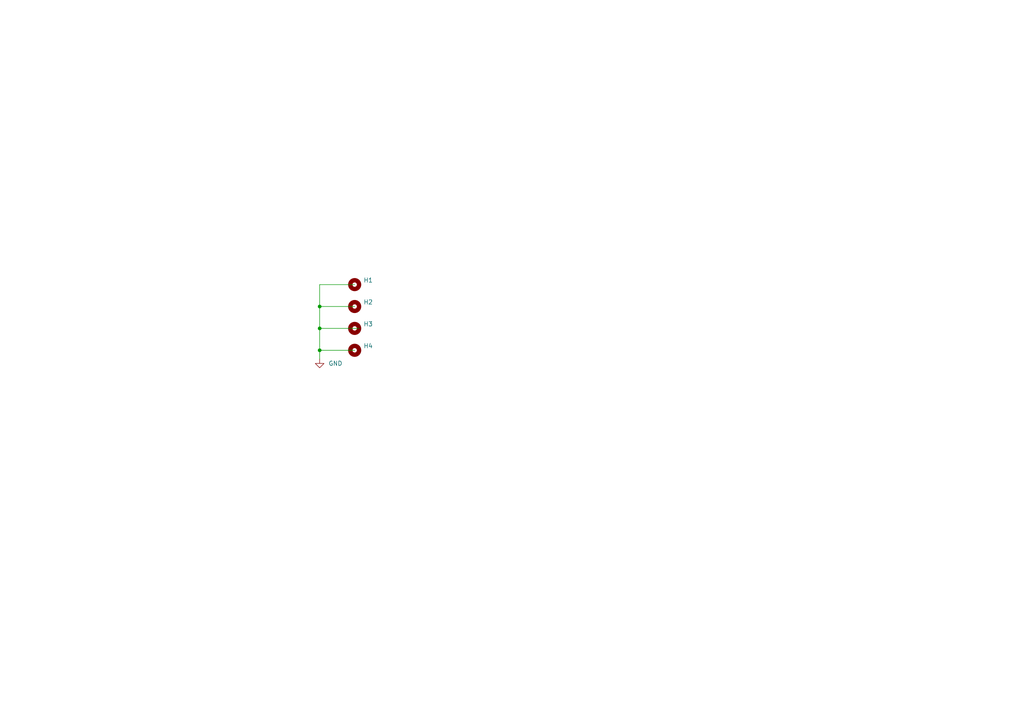
<source format=kicad_sch>
(kicad_sch (version 20211123) (generator eeschema)

  (uuid 9d41fa2c-d254-4bc5-9fe4-2d17eac67a7f)

  (paper "A4")

  (lib_symbols
    (symbol "Mechanical:MountingHole" (pin_names (offset 1.016)) (in_bom yes) (on_board yes)
      (property "Reference" "H" (id 0) (at 0 5.08 0)
        (effects (font (size 1.27 1.27)))
      )
      (property "Value" "MountingHole" (id 1) (at 0 3.175 0)
        (effects (font (size 1.27 1.27)))
      )
      (property "Footprint" "" (id 2) (at 0 0 0)
        (effects (font (size 1.27 1.27)) hide)
      )
      (property "Datasheet" "~" (id 3) (at 0 0 0)
        (effects (font (size 1.27 1.27)) hide)
      )
      (property "ki_keywords" "mounting hole" (id 4) (at 0 0 0)
        (effects (font (size 1.27 1.27)) hide)
      )
      (property "ki_description" "Mounting Hole without connection" (id 5) (at 0 0 0)
        (effects (font (size 1.27 1.27)) hide)
      )
      (property "ki_fp_filters" "MountingHole*" (id 6) (at 0 0 0)
        (effects (font (size 1.27 1.27)) hide)
      )
      (symbol "MountingHole_0_1"
        (circle (center 0 0) (radius 1.27)
          (stroke (width 1.27) (type default) (color 0 0 0 0))
          (fill (type none))
        )
      )
    )
    (symbol "power:GND" (power) (pin_names (offset 0)) (in_bom yes) (on_board yes)
      (property "Reference" "#PWR" (id 0) (at 0 -6.35 0)
        (effects (font (size 1.27 1.27)) hide)
      )
      (property "Value" "GND" (id 1) (at 0 -3.81 0)
        (effects (font (size 1.27 1.27)))
      )
      (property "Footprint" "" (id 2) (at 0 0 0)
        (effects (font (size 1.27 1.27)) hide)
      )
      (property "Datasheet" "" (id 3) (at 0 0 0)
        (effects (font (size 1.27 1.27)) hide)
      )
      (property "ki_keywords" "power-flag" (id 4) (at 0 0 0)
        (effects (font (size 1.27 1.27)) hide)
      )
      (property "ki_description" "Power symbol creates a global label with name \"GND\" , ground" (id 5) (at 0 0 0)
        (effects (font (size 1.27 1.27)) hide)
      )
      (symbol "GND_0_1"
        (polyline
          (pts
            (xy 0 0)
            (xy 0 -1.27)
            (xy 1.27 -1.27)
            (xy 0 -2.54)
            (xy -1.27 -1.27)
            (xy 0 -1.27)
          )
          (stroke (width 0) (type default) (color 0 0 0 0))
          (fill (type none))
        )
      )
      (symbol "GND_1_1"
        (pin power_in line (at 0 0 270) (length 0) hide
          (name "GND" (effects (font (size 1.27 1.27))))
          (number "1" (effects (font (size 1.27 1.27))))
        )
      )
    )
  )


  (junction (at 92.71 101.6) (diameter 0) (color 0 0 0 0)
    (uuid 10b4046a-d661-4740-9767-32b4fd83b839)
  )
  (junction (at 92.71 88.9) (diameter 0) (color 0 0 0 0)
    (uuid 197eb203-16fd-4654-9359-2efc92fa5839)
  )
  (junction (at 92.71 95.25) (diameter 0) (color 0 0 0 0)
    (uuid 6fd170e3-77d9-4f03-8dc2-7bb9f093b463)
  )

  (wire (pts (xy 92.71 88.9) (xy 102.87 88.9))
    (stroke (width 0) (type default) (color 0 0 0 0))
    (uuid 6dc3fe02-2271-4abf-b9dd-74dff3c502fa)
  )
  (wire (pts (xy 102.87 82.55) (xy 92.71 82.55))
    (stroke (width 0) (type default) (color 0 0 0 0))
    (uuid 72c4bb21-4a80-4acd-af52-37afae012e79)
  )
  (wire (pts (xy 92.71 88.9) (xy 92.71 95.25))
    (stroke (width 0) (type default) (color 0 0 0 0))
    (uuid 72d6d74b-e382-4c16-9c15-883801b4f64e)
  )
  (wire (pts (xy 92.71 95.25) (xy 92.71 101.6))
    (stroke (width 0) (type default) (color 0 0 0 0))
    (uuid 850940a4-ccee-4623-a386-1b600fd06b10)
  )
  (wire (pts (xy 92.71 101.6) (xy 92.71 104.14))
    (stroke (width 0) (type default) (color 0 0 0 0))
    (uuid 8f6c9e82-11f7-498f-80e4-d9601d74f4d7)
  )
  (wire (pts (xy 92.71 95.25) (xy 104.14 95.25))
    (stroke (width 0) (type default) (color 0 0 0 0))
    (uuid a29ef4c1-a33d-4e8e-a507-6e78ab3e4f8f)
  )
  (wire (pts (xy 92.71 82.55) (xy 92.71 88.9))
    (stroke (width 0) (type default) (color 0 0 0 0))
    (uuid af902f91-afa5-4f15-860f-d6e85de4083f)
  )
  (wire (pts (xy 92.71 101.6) (xy 102.87 101.6))
    (stroke (width 0) (type default) (color 0 0 0 0))
    (uuid c916b39d-35ba-43c9-b8c2-c5c3028dbd9f)
  )

  (symbol (lib_id "Mechanical:MountingHole") (at 102.87 88.9 0) (unit 1)
    (in_bom yes) (on_board yes) (fields_autoplaced)
    (uuid 20df33c0-c3da-46ec-9719-56c7f5da1e34)
    (property "Reference" "H2" (id 0) (at 105.41 87.6299 0)
      (effects (font (size 1.27 1.27)) (justify left))
    )
    (property "Value" "" (id 1) (at 105.41 90.1699 0)
      (effects (font (size 1.27 1.27)) (justify left))
    )
    (property "Footprint" "" (id 2) (at 102.87 88.9 0)
      (effects (font (size 1.27 1.27)) hide)
    )
    (property "Datasheet" "~" (id 3) (at 102.87 88.9 0)
      (effects (font (size 1.27 1.27)) hide)
    )
  )

  (symbol (lib_id "Mechanical:MountingHole") (at 102.87 82.55 0) (unit 1)
    (in_bom yes) (on_board yes) (fields_autoplaced)
    (uuid 26f5d4e9-63f7-4002-b041-b9bddeeed7ed)
    (property "Reference" "H1" (id 0) (at 105.41 81.2799 0)
      (effects (font (size 1.27 1.27)) (justify left))
    )
    (property "Value" "" (id 1) (at 105.41 83.8199 0)
      (effects (font (size 1.27 1.27)) (justify left))
    )
    (property "Footprint" "" (id 2) (at 102.87 82.55 0)
      (effects (font (size 1.27 1.27)) hide)
    )
    (property "Datasheet" "~" (id 3) (at 102.87 82.55 0)
      (effects (font (size 1.27 1.27)) hide)
    )
  )

  (symbol (lib_id "Mechanical:MountingHole") (at 102.87 101.6 0) (unit 1)
    (in_bom yes) (on_board yes) (fields_autoplaced)
    (uuid 333692c8-fb6b-4657-8edc-cee052294398)
    (property "Reference" "H4" (id 0) (at 105.41 100.3299 0)
      (effects (font (size 1.27 1.27)) (justify left))
    )
    (property "Value" "" (id 1) (at 105.41 102.8699 0)
      (effects (font (size 1.27 1.27)) (justify left))
    )
    (property "Footprint" "" (id 2) (at 102.87 101.6 0)
      (effects (font (size 1.27 1.27)) hide)
    )
    (property "Datasheet" "~" (id 3) (at 102.87 101.6 0)
      (effects (font (size 1.27 1.27)) hide)
    )
  )

  (symbol (lib_id "Mechanical:MountingHole") (at 102.87 95.25 0) (unit 1)
    (in_bom yes) (on_board yes) (fields_autoplaced)
    (uuid 78057e81-6cab-4bfd-b94b-0eccc0221372)
    (property "Reference" "H3" (id 0) (at 105.41 93.9799 0)
      (effects (font (size 1.27 1.27)) (justify left))
    )
    (property "Value" "" (id 1) (at 105.41 96.5199 0)
      (effects (font (size 1.27 1.27)) (justify left))
    )
    (property "Footprint" "" (id 2) (at 102.87 95.25 0)
      (effects (font (size 1.27 1.27)) hide)
    )
    (property "Datasheet" "~" (id 3) (at 102.87 95.25 0)
      (effects (font (size 1.27 1.27)) hide)
    )
  )

  (symbol (lib_id "power:GND") (at 92.71 104.14 0) (unit 1)
    (in_bom yes) (on_board yes) (fields_autoplaced)
    (uuid ea775a78-84a3-442a-9a18-220c2d876aef)
    (property "Reference" "#PWR0103" (id 0) (at 92.71 110.49 0)
      (effects (font (size 1.27 1.27)) hide)
    )
    (property "Value" "" (id 1) (at 95.25 105.4099 0)
      (effects (font (size 1.27 1.27)) (justify left))
    )
    (property "Footprint" "" (id 2) (at 92.71 104.14 0)
      (effects (font (size 1.27 1.27)) hide)
    )
    (property "Datasheet" "" (id 3) (at 92.71 104.14 0)
      (effects (font (size 1.27 1.27)) hide)
    )
    (pin "1" (uuid 129b8c46-12f4-4a97-a1c7-25c666b8a52a))
  )
)

</source>
